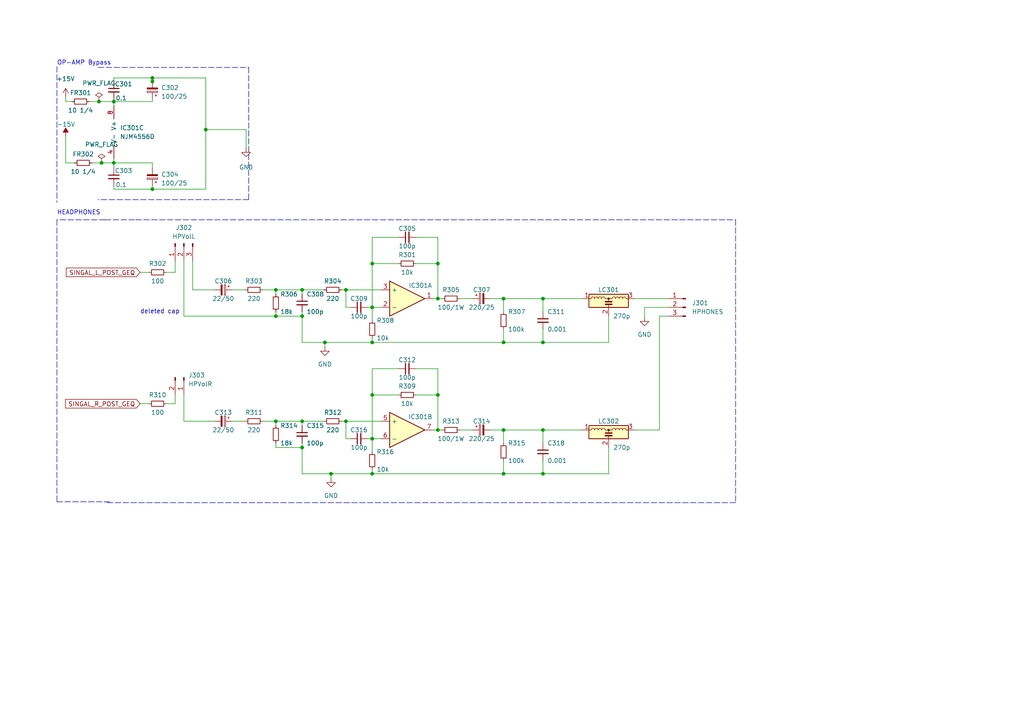
<source format=kicad_sch>
(kicad_sch (version 20211123) (generator eeschema)
  (paper "A4")
  (lib_symbols
    (symbol "Connector:Conn_01x02_Male" (pin_names (offset 1.016) hide)
      (property "Reference" "J" (at 0 2.54 0))
      (property "Value" "Conn_01x02_Male" (at 0 -5.08 0))
      (symbol "Conn_01x02_Male_1_1"
        (polyline (pts (xy 1.27 -2.54) (xy 0.8636 -2.54)) (stroke (width 0.1524)))
        (polyline (pts (xy 1.27 0) (xy 0.8636 0)) (stroke (width 0.1524)))
        (rectangle (start 0.8636 -2.413) (end 0 -2.667) (stroke (width 0.1524)) (fill (type outline)))
        (rectangle (start 0.8636 0.127) (end 0 -0.127) (stroke (width 0.1524)) (fill (type outline)))
        (pin passive line (at 5.08 0 180) (length 3.81) (name "Pin_1") (number "1"))
        (pin passive line (at 5.08 -2.54 180) (length 3.81) (name "Pin_2") (number "2"))
      )
    )
    (symbol "Connector:Conn_01x03_Male" (pin_names (offset 1.016) hide)
      (property "Reference" "J" (at 0 5.08 0))
      (property "Value" "Conn_01x03_Male" (at 0 -5.08 0))
      (symbol "Conn_01x03_Male_1_1"
        (polyline (pts (xy 1.27 -2.54) (xy 0.8636 -2.54)) (stroke (width 0.1524)))
        (polyline (pts (xy 1.27 0) (xy 0.8636 0)) (stroke (width 0.1524)))
        (polyline (pts (xy 1.27 2.54) (xy 0.8636 2.54)) (stroke (width 0.1524)))
        (rectangle (start 0.8636 -2.413) (end 0 -2.667) (stroke (width 0.1524)) (fill (type outline)))
        (rectangle (start 0.8636 0.127) (end 0 -0.127) (stroke (width 0.1524)) (fill (type outline)))
        (rectangle (start 0.8636 2.667) (end 0 2.413) (stroke (width 0.1524)) (fill (type outline)))
        (pin passive line (at 5.08 2.54 180) (length 3.81) (name "Pin_1") (number "1"))
        (pin passive line (at 5.08 0 180) (length 3.81) (name "Pin_2") (number "2"))
        (pin passive line (at 5.08 -2.54 180) (length 3.81) (name "Pin_3") (number "3"))
      )
    )
    (symbol "Device:C_Polarized_Small" (pin_numbers hide) (pin_names (offset 0.254) hide)
      (property "Reference" "C" (at 0.254 1.778 0))
      (property "Value" "C_Polarized_Small" (at 0.254 -2.032 0))
      (symbol "C_Polarized_Small_0_1"
        (rectangle (start -1.524 -0.3048) (end 1.524 -0.6858) (fill (type outline)))
        (rectangle (start -1.524 0.6858) (end 1.524 0.3048))
        (polyline (pts (xy -1.27 1.524) (xy -0.762 1.524)))
        (polyline (pts (xy -1.016 1.27) (xy -1.016 1.778)))
      )
      (symbol "C_Polarized_Small_1_1"
        (pin passive line (at 0 2.54 270) (length 1.8542) (name "~") (number "1"))
        (pin passive line (at 0 -2.54 90) (length 1.8542) (name "~") (number "2"))
      )
    )
    (symbol "Device:C_Small" (pin_numbers hide) (pin_names (offset 0.254) hide)
      (property "Reference" "C" (at 0.254 1.778 0))
      (property "Value" "C_Small" (at 0.254 -2.032 0))
      (symbol "C_Small_0_1"
        (polyline (pts (xy -1.524 -0.508) (xy 1.524 -0.508)) (stroke (width 0.3302)))
        (polyline (pts (xy -1.524 0.508) (xy 1.524 0.508)) (stroke (width 0.3048)))
      )
      (symbol "C_Small_1_1"
        (pin passive line (at 0 2.54 270) (length 2.032) (name "~") (number "1"))
        (pin passive line (at 0 -2.54 90) (length 2.032) (name "~") (number "2"))
      )
    )
    (symbol "Device:Filter_EMI_LCL" (pin_names (offset 0.254) hide)
      (property "Reference" "FL" (at 0 6.985 0))
      (property "Value" "Filter_EMI_LCL" (at 0 5.08 0))
      (symbol "Filter_EMI_LCL_0_1"
        (rectangle (start -5.715 3.81) (end 5.715 0) (stroke (width 0.254)) (fill (type background)))
        (arc (start -4.064 2.54) (mid -4.572 3.048) (end -5.08 2.54))
        (arc (start -3.048 2.54) (mid -3.556 3.048) (end -4.064 2.54))
        (arc (start -2.032 2.54) (mid -2.54 3.048) (end -3.048 2.54))
        (rectangle (start -1.016 0.762) (end 1.016 1.016) (fill (type outline)))
        (arc (start -1.016 2.54) (mid -1.524 3.048) (end -2.032 2.54))
        (polyline (pts (xy -1.016 2.54) (xy 1.016 2.54)))
        (polyline (pts (xy 0 0.762) (xy 0 0)))
        (polyline (pts (xy 0 2.54) (xy 0 1.778)))
        (circle (center 0 2.54) (radius 0.254) (fill (type outline)))
        (rectangle (start 1.016 1.524) (end -1.016 1.778) (fill (type outline)))
        (arc (start 2.032 2.54) (mid 1.524 3.048) (end 1.016 2.54))
        (arc (start 3.048 2.54) (mid 2.54 3.048) (end 2.032 2.54))
        (arc (start 4.064 2.54) (mid 3.556 3.048) (end 3.048 2.54))
        (arc (start 5.08 2.54) (mid 4.572 3.048) (end 4.064 2.54))
      )
      (symbol "Filter_EMI_LCL_1_1"
        (pin passive line (at -7.62 2.54 0) (length 2.54) (name "1") (number "1"))
        (pin passive line (at 0 -2.54 90) (length 2.54) (name "2") (number "2"))
        (pin passive line (at 7.62 2.54 180) (length 2.54) (name "3") (number "3"))
      )
    )
    (symbol "Device:Opamp_Dual"
      (property "Reference" "U" (at 0 5.08 0))
      (property "Value" "Opamp_Dual" (at 0 -5.08 0))
      (symbol "Opamp_Dual_1_1"
        (polyline (pts (xy -5.08 5.08) (xy 5.08 0) (xy -5.08 -5.08) (xy -5.08 5.08)) (stroke (width 0.254)) (fill (type background)))
        (pin output line (at 7.62 0 180) (length 2.54) (name "~") (number "1"))
        (pin input line (at -7.62 -2.54 0) (length 2.54) (name "-") (number "2"))
        (pin input line (at -7.62 2.54 0) (length 2.54) (name "+") (number "3"))
      )
      (symbol "Opamp_Dual_2_1"
        (polyline (pts (xy -5.08 5.08) (xy 5.08 0) (xy -5.08 -5.08) (xy -5.08 5.08)) (stroke (width 0.254)) (fill (type background)))
        (pin input line (at -7.62 2.54 0) (length 2.54) (name "+") (number "5"))
        (pin input line (at -7.62 -2.54 0) (length 2.54) (name "-") (number "6"))
        (pin output line (at 7.62 0 180) (length 2.54) (name "~") (number "7"))
      )
      (symbol "Opamp_Dual_3_1"
        (pin power_in line (at -2.54 -7.62 90) (length 3.81) (name "V-") (number "4"))
        (pin power_in line (at -2.54 7.62 270) (length 3.81) (name "V+") (number "8"))
      )
    )
    (symbol "Device:R_Small" (pin_numbers hide) (pin_names (offset 0.254) hide)
      (property "Reference" "R" (at 0.762 0.508 0))
      (property "Value" "R_Small" (at 0.762 -1.016 0))
      (symbol "R_Small_0_1"
        (rectangle (start -0.762 1.778) (end 0.762 -1.778) (stroke (width 0.2032)))
      )
      (symbol "R_Small_1_1"
        (pin passive line (at 0 2.54 270) (length 0.762) (name "~") (number "1"))
        (pin passive line (at 0 -2.54 90) (length 0.762) (name "~") (number "2"))
      )
    )
    (symbol "power:+15V" (power) (pin_names (offset 0))
      (property "Value" "+15V" (at 0 3.556 0))
      (symbol "+15V_0_1"
        (polyline (pts (xy -0.762 1.27) (xy 0 2.54)))
        (polyline (pts (xy 0 0) (xy 0 2.54)))
        (polyline (pts (xy 0 2.54) (xy 0.762 1.27)))
      )
      (symbol "+15V_1_1"
        (pin power_in line (at 0 0 90) (length 0) hide (name "+15V") (number "1"))
      )
    )
    (symbol "power:-15V" (power) (pin_names (offset 0))
      (property "Value" "-15V" (at 0 3.81 0))
      (symbol "-15V_0_0"
        (pin power_in line (at 0 0 90) (length 0) hide (name "-15V") (number "1"))
      )
      (symbol "-15V_0_1"
        (polyline (pts (xy 0 0) (xy 0 1.27) (xy 0.762 1.27) (xy 0 2.54) (xy -0.762 1.27) (xy 0 1.27)) (fill (type outline)))
      )
    )
    (symbol "power:GND" (power) (pin_names (offset 0))
      (property "Value" "GND" (at 0 -3.81 0))
      (symbol "GND_0_1"
        (polyline (pts (xy 0 0) (xy 0 -1.27) (xy 1.27 -1.27) (xy 0 -2.54) (xy -1.27 -1.27) (xy 0 -1.27)))
      )
      (symbol "GND_1_1"
        (pin power_in line (at 0 0 270) (length 0) hide (name "GND") (number "1"))
      )
    )
    (symbol "power:PWR_FLAG" (power) (pin_numbers hide) (pin_names (offset 0) hide)
      (property "Value" "PWR_FLAG" (at 0 3.81 0))
      (symbol "PWR_FLAG_0_0"
        (pin power_out line (at 0 0 90) (length 0) (name "pwr") (number "1"))
      )
      (symbol "PWR_FLAG_0_1"
        (polyline (pts (xy 0 0) (xy 0 1.27) (xy -1.016 1.905) (xy 0 2.54) (xy 1.016 1.905) (xy 0 1.27)))
      )
    )
  )
  (junction (at 107.95 76.454))
  (junction (at 87.63 84.074))
  (junction (at 100.33 84.074))
  (junction (at 107.95 114.554))
  (junction (at 59.69 37.592))
  (junction (at 146.05 99.314))
  (junction (at 107.95 137.414))
  (junction (at 107.95 127.254))
  (junction (at 146.05 86.614))
  (junction (at 33.02 29.464))
  (junction (at 157.48 124.714))
  (junction (at 107.95 89.154))
  (junction (at 146.05 137.414))
  (junction (at 146.05 124.714))
  (junction (at 80.01 91.694))
  (junction (at 107.95 99.314))
  (junction (at 28.702 29.464))
  (junction (at 157.48 86.614))
  (junction (at 80.01 122.174))
  (junction (at 100.33 122.174))
  (junction (at 127 114.554))
  (junction (at 44.196 22.606))
  (junction (at 44.196 23.622))
  (junction (at 94.234 99.314))
  (junction (at 44.196 54.864))
  (junction (at 127 76.454))
  (junction (at 127 86.614))
  (junction (at 157.48 137.414))
  (junction (at 29.464 47.244))
  (junction (at 127 124.714))
  (junction (at 80.01 84.074))
  (junction (at 157.48 99.314))
  (junction (at 87.63 122.174))
  (junction (at 87.63 91.694))
  (junction (at 33.02 47.244))
  (junction (at 87.63 129.794))
  (junction (at 96.012 137.414))
  (wire (pts (xy 146.05 99.314) (xy 146.05 95.504)))
  (wire (pts (xy 100.33 127.254) (xy 101.6 127.254)))
  (wire (pts (xy 40.64 117.094) (xy 43.18 117.094)))
  (wire (pts (xy 146.05 137.414) (xy 146.05 133.604)))
  (wire (pts (xy 96.012 137.414) (xy 107.95 137.414)))
  (wire (pts (xy 191.262 91.694) (xy 191.262 124.714)))
  (wire (pts (xy 80.01 84.074) (xy 80.01 85.344)))
  (wire (pts (xy 25.908 29.464) (xy 28.702 29.464)))
  (wire (pts (xy 176.53 99.314) (xy 176.53 91.694)))
  (polyline (pts (xy 30.48 63.754) (xy 16.51 63.754)))
  (wire (pts (xy 67.31 84.074) (xy 71.12 84.074)))
  (wire (pts (xy 191.262 91.694) (xy 193.802 91.694)))
  (wire (pts (xy 186.944 89.154) (xy 186.944 91.948)))
  (wire (pts (xy 80.01 128.524) (xy 80.01 129.794)))
  (wire (pts (xy 115.57 106.934) (xy 107.95 106.934)))
  (wire (pts (xy 157.48 137.414) (xy 176.53 137.414)))
  (wire (pts (xy 157.48 137.414) (xy 157.48 133.604)))
  (polyline (pts (xy 16.51 19.304) (xy 16.51 58.674)))
  (wire (pts (xy 127 86.614) (xy 128.27 86.614)))
  (wire (pts (xy 33.02 23.622) (xy 33.02 22.606)))
  (wire (pts (xy 94.234 100.584) (xy 94.234 99.314)))
  (wire (pts (xy 33.02 47.244) (xy 44.196 47.244)))
  (wire (pts (xy 59.69 37.592) (xy 71.374 37.592)))
  (wire (pts (xy 59.69 22.606) (xy 59.69 37.592)))
  (polyline (pts (xy 213.36 63.754) (xy 213.36 145.796)))
  (wire (pts (xy 107.95 99.314) (xy 107.95 98.044)))
  (wire (pts (xy 127 124.714) (xy 128.27 124.714)))
  (wire (pts (xy 87.63 129.794) (xy 87.63 128.524)))
  (wire (pts (xy 107.95 127.254) (xy 107.95 131.064)))
  (wire (pts (xy 107.95 76.454) (xy 107.95 89.154)))
  (wire (pts (xy 87.63 122.174) (xy 93.98 122.174)))
  (wire (pts (xy 106.68 89.154) (xy 107.95 89.154)))
  (wire (pts (xy 146.05 86.614) (xy 146.05 90.424)))
  (wire (pts (xy 157.48 86.614) (xy 168.91 86.614)))
  (wire (pts (xy 106.68 127.254) (xy 107.95 127.254)))
  (wire (pts (xy 100.33 122.174) (xy 100.33 127.254)))
  (wire (pts (xy 191.262 124.714) (xy 184.15 124.714)))
  (wire (pts (xy 107.95 114.554) (xy 107.95 127.254)))
  (wire (pts (xy 67.31 122.174) (xy 71.12 122.174)))
  (wire (pts (xy 184.15 86.614) (xy 193.802 86.614)))
  (wire (pts (xy 87.63 137.414) (xy 96.012 137.414)))
  (wire (pts (xy 76.2 122.174) (xy 80.01 122.174)))
  (wire (pts (xy 71.374 37.592) (xy 71.374 42.926)))
  (wire (pts (xy 146.05 124.714) (xy 157.48 124.714)))
  (wire (pts (xy 26.67 47.244) (xy 29.464 47.244)))
  (wire (pts (xy 107.95 89.154) (xy 107.95 92.964)))
  (wire (pts (xy 157.48 86.614) (xy 157.48 90.424)))
  (wire (pts (xy 87.63 91.694) (xy 87.63 90.424)))
  (wire (pts (xy 94.234 99.314) (xy 107.95 99.314)))
  (wire (pts (xy 87.63 84.074) (xy 93.98 84.074)))
  (wire (pts (xy 107.95 89.154) (xy 110.49 89.154)))
  (wire (pts (xy 127 106.934) (xy 127 114.554)))
  (wire (pts (xy 44.196 47.244) (xy 44.196 48.768)))
  (wire (pts (xy 127 124.714) (xy 125.73 124.714)))
  (wire (pts (xy 142.24 86.614) (xy 146.05 86.614)))
  (wire (pts (xy 44.196 54.864) (xy 59.69 54.864)))
  (wire (pts (xy 33.02 54.864) (xy 44.196 54.864)))
  (wire (pts (xy 48.26 117.094) (xy 50.8 117.094)))
  (wire (pts (xy 33.02 47.244) (xy 33.02 48.768)))
  (wire (pts (xy 19.05 47.244) (xy 21.59 47.244)))
  (wire (pts (xy 146.05 124.714) (xy 146.05 128.524)))
  (wire (pts (xy 107.95 127.254) (xy 110.49 127.254)))
  (wire (pts (xy 133.35 124.714) (xy 137.16 124.714)))
  (wire (pts (xy 80.01 129.794) (xy 87.63 129.794)))
  (wire (pts (xy 157.48 99.314) (xy 176.53 99.314)))
  (wire (pts (xy 96.012 138.684) (xy 96.012 137.414)))
  (wire (pts (xy 40.64 78.994) (xy 43.18 78.994)))
  (wire (pts (xy 127 114.554) (xy 127 124.714)))
  (wire (pts (xy 127 86.614) (xy 125.73 86.614)))
  (polyline (pts (xy 16.51 63.754) (xy 16.51 145.542)))
  (wire (pts (xy 80.01 91.694) (xy 87.63 91.694)))
  (wire (pts (xy 99.06 122.174) (xy 100.33 122.174)))
  (wire (pts (xy 53.34 91.694) (xy 80.01 91.694)))
  (wire (pts (xy 44.196 28.702) (xy 44.196 29.464)))
  (wire (pts (xy 50.8 114.554) (xy 50.8 117.094)))
  (wire (pts (xy 87.63 129.794) (xy 87.63 137.414)))
  (wire (pts (xy 55.88 75.692) (xy 55.88 84.074)))
  (wire (pts (xy 33.02 45.974) (xy 33.02 47.244)))
  (wire (pts (xy 76.2 84.074) (xy 80.01 84.074)))
  (wire (pts (xy 50.8 75.692) (xy 50.8 78.994)))
  (wire (pts (xy 19.05 29.464) (xy 20.828 29.464)))
  (wire (pts (xy 33.02 22.606) (xy 44.196 22.606)))
  (wire (pts (xy 107.95 137.414) (xy 146.05 137.414)))
  (wire (pts (xy 100.33 89.154) (xy 101.6 89.154)))
  (polyline (pts (xy 39.37 63.754) (xy 213.36 63.754)))
  (wire (pts (xy 186.944 89.154) (xy 193.802 89.154)))
  (wire (pts (xy 33.02 29.464) (xy 33.02 30.734)))
  (polyline (pts (xy 16.51 145.542) (xy 31.75 145.542)))
  (wire (pts (xy 87.63 122.174) (xy 87.63 123.444)))
  (polyline (pts (xy 213.36 145.796) (xy 30.48 145.796)))
  (wire (pts (xy 44.196 23.622) (xy 44.196 23.876)))
  (wire (pts (xy 146.05 86.614) (xy 157.48 86.614)))
  (wire (pts (xy 80.01 84.074) (xy 87.63 84.074)))
  (wire (pts (xy 157.48 124.714) (xy 168.91 124.714)))
  (wire (pts (xy 100.33 84.074) (xy 100.33 89.154)))
  (wire (pts (xy 100.33 84.074) (xy 110.49 84.074)))
  (wire (pts (xy 59.69 37.592) (xy 59.69 54.864)))
  (wire (pts (xy 142.24 124.714) (xy 146.05 124.714)))
  (wire (pts (xy 127 76.454) (xy 127 86.614)))
  (wire (pts (xy 55.88 84.074) (xy 62.23 84.074)))
  (wire (pts (xy 53.34 114.554) (xy 53.34 122.174)))
  (wire (pts (xy 44.196 53.848) (xy 44.196 54.864)))
  (wire (pts (xy 44.196 22.606) (xy 44.196 23.622)))
  (wire (pts (xy 107.95 68.834) (xy 107.95 76.454)))
  (polyline (pts (xy 28.448 19.558) (xy 72.136 19.558)))
  (wire (pts (xy 53.34 122.174) (xy 62.23 122.174)))
  (wire (pts (xy 87.63 99.314) (xy 94.234 99.314)))
  (wire (pts (xy 176.53 137.414) (xy 176.53 129.794)))
  (wire (pts (xy 107.95 137.414) (xy 107.95 136.144)))
  (wire (pts (xy 19.05 28.194) (xy 19.05 29.464)))
  (wire (pts (xy 87.63 84.074) (xy 87.63 85.344)))
  (wire (pts (xy 146.05 137.414) (xy 157.48 137.414)))
  (wire (pts (xy 80.01 122.174) (xy 80.01 123.444)))
  (wire (pts (xy 53.34 75.692) (xy 53.34 91.694)))
  (wire (pts (xy 107.95 76.454) (xy 115.57 76.454)))
  (wire (pts (xy 120.65 68.834) (xy 127 68.834)))
  (wire (pts (xy 127 68.834) (xy 127 76.454)))
  (wire (pts (xy 107.95 114.554) (xy 115.57 114.554)))
  (wire (pts (xy 80.01 90.424) (xy 80.01 91.694)))
  (wire (pts (xy 146.05 99.314) (xy 157.48 99.314)))
  (wire (pts (xy 33.02 53.848) (xy 33.02 54.864)))
  (wire (pts (xy 87.63 91.694) (xy 87.63 99.314)))
  (wire (pts (xy 99.06 84.074) (xy 100.33 84.074)))
  (polyline (pts (xy 72.136 57.912) (xy 28.448 57.912)))
  (wire (pts (xy 120.65 114.554) (xy 127 114.554)))
  (wire (pts (xy 115.57 68.834) (xy 107.95 68.834)))
  (wire (pts (xy 120.65 76.454) (xy 127 76.454)))
  (wire (pts (xy 29.464 47.244) (xy 33.02 47.244)))
  (wire (pts (xy 19.05 39.624) (xy 19.05 47.244)))
  (polyline (pts (xy 30.48 63.754) (xy 39.37 63.754)))
  (wire (pts (xy 120.65 106.934) (xy 127 106.934)))
  (polyline (pts (xy 72.136 19.558) (xy 72.136 57.912)))
  (wire (pts (xy 28.702 29.464) (xy 33.02 29.464)))
  (wire (pts (xy 44.196 22.606) (xy 59.69 22.606)))
  (wire (pts (xy 80.01 122.174) (xy 87.63 122.174)))
  (wire (pts (xy 100.33 122.174) (xy 110.49 122.174)))
  (wire (pts (xy 44.196 29.464) (xy 33.02 29.464)))
  (wire (pts (xy 48.26 78.994) (xy 50.8 78.994)))
  (wire (pts (xy 157.48 99.314) (xy 157.48 95.504)))
  (wire (pts (xy 33.02 28.702) (xy 33.02 29.464)))
  (wire (pts (xy 107.95 99.314) (xy 146.05 99.314)))
  (wire (pts (xy 157.48 124.714) (xy 157.48 128.524)))
  (wire (pts (xy 107.95 106.934) (xy 107.95 114.554)))
  (wire (pts (xy 133.35 86.614) (xy 137.16 86.614)))
  (text "OP-AMP Bypass\n" (at 16.51 19.05 0) (effects (font (size 1.27 1.27)) (justify left bottom)))
  (text "HEADPHONES\n" (at 16.51 62.484 0) (effects (font (size 1.27 1.27)) (justify left bottom)))
  (text "deleted cap" (at 40.64 91.186 0) (effects (font (size 1.27 1.27)) (justify left bottom)))
  (global_label "SINGAL_L_POST_GEQ" (shape input) (at 40.64 78.994 180) (property "Intersheet References" "${INTERSHEET_REFS}" (effects hide)))
  (global_label "SINGAL_R_POST_GEQ" (shape input) (at 40.64 117.094 180) (property "Intersheet References" "${INTERSHEET_REFS}" (effects hide)))
  (symbol (lib_id "Device:C_Polarized_Small") (at 139.7 86.614 90) (mirror x) (unit 1)
    (property "Reference" "C307" (at 139.7 84.074 90))
    (property "Value" "220/25" (at 139.7 89.154 90))
    (property "Footprint" "Capacitor_THT:CP_Radial_D10.0mm_P5.00mm" (effects hide))
  )
  (symbol (lib_id "Device:R_Small") (at 45.72 78.994 90) (unit 1)
    (property "Reference" "R302" (at 45.72 76.454 90))
    (property "Value" "100" (at 45.72 81.534 90))
    (property "Footprint" "Resistor_THT:R_Axial_DIN0207_L6.3mm_D2.5mm_P10.16mm_Horizontal" (effects hide))
  )
  (symbol (lib_id "Device:R_Small") (at 146.05 131.064 0) (unit 1)
    (property "Reference" "R315" (at 147.32 128.524 0) (effects (justify left)))
    (property "Value" "100k" (at 147.32 133.604 0) (effects (justify left)))
    (property "Footprint" "Resistor_THT:R_Axial_DIN0207_L6.3mm_D2.5mm_P10.16mm_Horizontal" (effects hide))
  )
  (symbol (lib_id "Device:R_Small") (at 96.52 122.174 90) (unit 1)
    (property "Reference" "R312" (at 96.52 119.634 90))
    (property "Value" "220" (at 96.52 124.714 90))
    (property "Footprint" "Resistor_THT:R_Axial_DIN0207_L6.3mm_D2.5mm_P10.16mm_Horizontal" (effects hide))
  )
  (symbol (lib_id "Device:R_Small") (at 45.72 117.094 90) (unit 1)
    (property "Reference" "R310" (at 45.72 114.554 90))
    (property "Value" "100" (at 45.72 119.634 90))
    (property "Footprint" "Resistor_THT:R_Axial_DIN0207_L6.3mm_D2.5mm_P10.16mm_Horizontal" (effects hide))
  )
  (symbol (lib_id "Device:Opamp_Dual") (at 118.11 124.714 0) (unit 2)
    (property "Reference" "IC301" (at 121.92 120.904 0))
    (property "Value" "NJM4556D" (effects hide))
    (property "Footprint" "Package_DIP:DIP-8_W7.62mm_Socket_LongPads" (effects hide))
  )
  (symbol (lib_id "Connector:Conn_01x03_Male") (at 198.882 89.154 0) (mirror y) (unit 1)
    (property "Reference" "J301" (at 200.66 87.8839 0) (effects (justify right)))
    (property "Value" "HPHONES" (at 200.66 90.4239 0) (effects (justify right)))
    (property "Footprint" "Connector_JST:JST_XH_B3B-XH-A_1x03_P2.50mm_Vertical" (effects hide))
  )
  (symbol (lib_id "Device:C_Small") (at 118.11 106.934 90) (unit 1)
    (property "Reference" "C312" (at 118.11 104.394 90))
    (property "Value" "100p" (at 118.11 109.474 90))
    (property "Footprint" "Capacitor_THT:C_Disc_D5.0mm_W2.5mm_P2.50mm" (effects hide))
  )
  (symbol (lib_id "Device:C_Small") (at 104.14 89.154 90) (unit 1)
    (property "Reference" "C309" (at 104.14 86.614 90))
    (property "Value" "100p" (at 104.14 91.694 90))
    (property "Footprint" "Capacitor_THT:C_Disc_D5.0mm_W2.5mm_P2.50mm" (effects hide))
  )
  (symbol (lib_id "Device:C_Polarized_Small") (at 44.196 51.308 180) (unit 1)
    (property "Reference" "C304" (at 46.736 50.584 0) (effects (justify right)))
    (property "Value" "100/25" (at 46.736 53.124 0) (effects (justify right)))
    (property "Footprint" "Capacitor_THT:CP_Radial_D8.0mm_P3.50mm" (effects hide))
  )
  (symbol (lib_id "Device:R_Small") (at 107.95 133.604 0) (unit 1)
    (property "Reference" "R316" (at 109.22 131.064 0) (effects (justify left)))
    (property "Value" "10k" (at 109.22 136.144 0) (effects (justify left)))
    (property "Footprint" "Resistor_THT:R_Axial_DIN0207_L6.3mm_D2.5mm_P10.16mm_Horizontal" (effects hide))
  )
  (symbol (lib_id "Device:R_Small") (at 146.05 92.964 0) (unit 1)
    (property "Reference" "R307" (at 147.32 90.424 0) (effects (justify left)))
    (property "Value" "100k" (at 147.32 95.504 0) (effects (justify left)))
    (property "Footprint" "Resistor_THT:R_Axial_DIN0207_L6.3mm_D2.5mm_P10.16mm_Horizontal" (effects hide))
  )
  (symbol (lib_id "Device:R_Small") (at 118.11 76.454 90) (unit 1)
    (property "Reference" "R301" (at 118.11 73.914 90))
    (property "Value" "10k" (at 118.11 78.994 90))
    (property "Footprint" "Resistor_THT:R_Axial_DIN0207_L6.3mm_D2.5mm_P10.16mm_Horizontal" (effects hide))
  )
  (symbol (lib_id "Device:C_Small") (at 87.63 87.884 0) (unit 1)
    (property "Reference" "C308" (at 88.9 85.344 0) (effects (justify left)))
    (property "Value" "100p" (at 88.9 90.424 0) (effects (justify left)))
    (property "Footprint" "Capacitor_THT:C_Disc_D5.0mm_W2.5mm_P2.50mm" (effects hide))
  )
  (symbol (lib_id "power:GND") (at 186.944 91.948 0) (unit 1)
    (property "Reference" "#PWR0304" (effects hide))
    (property "Value" "GND" (at 186.944 97.028 0))
  )
  (symbol (lib_id "Device:C_Polarized_Small") (at 64.77 84.074 270) (unit 1)
    (property "Reference" "C306" (at 64.77 81.534 90))
    (property "Value" "22/50" (at 64.77 86.614 90))
    (property "Footprint" "Capacitor_THT:CP_Radial_D5.0mm_P2.00mm" (effects hide))
  )
  (symbol (lib_id "Device:R_Small") (at 96.52 84.074 90) (unit 1)
    (property "Reference" "R304" (at 96.52 81.534 90))
    (property "Value" "220" (at 96.52 86.614 90))
    (property "Footprint" "Resistor_THT:R_Axial_DIN0207_L6.3mm_D2.5mm_P10.16mm_Horizontal" (effects hide))
  )
  (symbol (lib_id "Device:R_Small") (at 73.66 122.174 90) (unit 1)
    (property "Reference" "R311" (at 73.66 119.634 90))
    (property "Value" "220" (at 73.66 124.714 90))
    (property "Footprint" "Resistor_THT:R_Axial_DIN0207_L6.3mm_D2.5mm_P10.16mm_Horizontal" (effects hide))
  )
  (symbol (lib_id "Device:C_Small") (at 104.14 127.254 90) (unit 1)
    (property "Reference" "C316" (at 104.14 124.714 90))
    (property "Value" "100p" (at 104.14 129.794 90))
    (property "Footprint" "Capacitor_THT:C_Disc_D5.0mm_W2.5mm_P2.50mm" (effects hide))
  )
  (symbol (lib_id "Device:R_Small") (at 24.13 47.244 90) (unit 1)
    (property "Reference" "FR302" (at 24.13 44.704 90))
    (property "Value" "10 1/4" (at 24.13 49.784 90))
    (property "Footprint" "Resistor_THT:R_Axial_DIN0207_L6.3mm_D2.5mm_P5.08mm_Vertical" (effects hide))
  )
  (symbol (lib_id "Device:C_Small") (at 33.02 51.308 0) (unit 1)
    (property "Reference" "C303" (at 33.274 49.53 0) (effects (justify left)))
    (property "Value" "0.1" (at 33.528 53.594 0) (effects (justify left)))
    (property "Footprint" "Capacitor_THT:C_Disc_D3.8mm_W2.6mm_P2.50mm" (effects hide))
  )
  (symbol (lib_id "power:GND") (at 96.012 138.684 0) (unit 1)
    (property "Reference" "#PWR0308" (effects hide))
    (property "Value" "GND" (at 96.012 143.764 0))
  )
  (symbol (lib_id "Device:C_Small") (at 157.48 131.064 0) (unit 1)
    (property "Reference" "C318" (at 158.75 128.524 0) (effects (justify left)))
    (property "Value" "0.001" (at 158.75 133.604 0) (effects (justify left)))
    (property "Footprint" "Capacitor_THT:C_Disc_D3.8mm_W2.6mm_P2.50mm" (effects hide))
  )
  (symbol (lib_id "Device:C_Polarized_Small") (at 139.7 124.714 90) (mirror x) (unit 1)
    (property "Reference" "C314" (at 139.7 122.174 90))
    (property "Value" "220/25" (at 139.7 127.254 90))
    (property "Footprint" "Capacitor_THT:CP_Radial_D10.0mm_P5.00mm" (effects hide))
  )
  (symbol (lib_id "power:PWR_FLAG") (at 28.702 29.464 0) (unit 1)
    (property "Reference" "#FLG0301" (effects hide))
    (property "Value" "PWR_FLAG" (at 28.702 24.13 0))
  )
  (symbol (lib_id "Device:C_Small") (at 157.48 92.964 0) (unit 1)
    (property "Reference" "C311" (at 158.75 90.424 0) (effects (justify left)))
    (property "Value" "0.001" (at 158.75 95.504 0) (effects (justify left)))
    (property "Footprint" "Capacitor_THT:C_Disc_D3.8mm_W2.6mm_P2.50mm" (effects hide))
  )
  (symbol (lib_id "Device:C_Polarized_Small") (at 44.196 26.162 180) (unit 1)
    (property "Reference" "C302" (at 46.736 25.438 0) (effects (justify right)))
    (property "Value" "100/25" (at 46.736 27.978 0) (effects (justify right)))
    (property "Footprint" "Capacitor_THT:CP_Radial_D8.0mm_P3.50mm" (effects hide))
  )
  (symbol (lib_id "Device:C_Small") (at 118.11 68.834 90) (unit 1)
    (property "Reference" "C305" (at 118.11 66.294 90))
    (property "Value" "100p" (at 118.11 71.374 90))
    (property "Footprint" "Capacitor_THT:C_Disc_D5.0mm_W2.5mm_P2.50mm" (effects hide))
  )
  (symbol (lib_id "Device:Opamp_Dual") (at 35.56 38.354 0) (unit 3)
    (property "Reference" "IC301" (at 34.798 37.0839 0) (effects (justify left)))
    (property "Value" "NJM4556D" (at 34.798 39.6239 0) (effects (justify left)))
    (property "Footprint" "Package_DIP:DIP-8_W7.62mm_Socket_LongPads" (effects hide))
  )
  (symbol (lib_id "Device:R_Small") (at 107.95 95.504 0) (unit 1)
    (property "Reference" "R308" (at 109.22 92.964 0) (effects (justify left)))
    (property "Value" "10k" (at 109.22 98.044 0) (effects (justify left)))
    (property "Footprint" "Resistor_THT:R_Axial_DIN0207_L6.3mm_D2.5mm_P10.16mm_Horizontal" (effects hide))
  )
  (symbol (lib_id "power:GND") (at 94.234 100.584 0) (unit 1)
    (property "Reference" "#PWR0306" (effects hide))
    (property "Value" "GND" (at 94.234 105.664 0))
  )
  (symbol (lib_id "power:+15V") (at 19.05 28.194 0) (unit 1)
    (property "Reference" "#PWR0301" (effects hide))
    (property "Value" "+15V" (at 19.05 22.86 0))
  )
  (symbol (lib_id "Device:Filter_EMI_LCL") (at 176.53 89.154 0) (unit 1)
    (property "Reference" "LC301" (at 176.53 84.074 0))
    (property "Value" "270p" (at 180.34 91.694 0))
    (property "Footprint" "dba_footprint:LCL_EMX" (effects hide))
    (property "Datasheet" "http://www.murata.com/~/media/webrenewal/support/library/catalog/products/emc/emifil/c31e.ashx?la=en-gb" (effects hide))
  )
  (symbol (lib_id "power:GND") (at 71.374 42.926 0) (unit 1)
    (property "Reference" "#PWR0303" (effects hide))
    (property "Value" "GND" (at 71.374 48.514 0))
  )
  (symbol (lib_id "Connector:Conn_01x02_Male") (at 53.34 109.474 270) (unit 1)
    (property "Reference" "J303" (at 54.61 108.8389 90) (effects (justify left)))
    (property "Value" "HPVolR" (at 54.61 111.3789 90) (effects (justify left)))
    (property "Footprint" "Connector_JST:JST_XH_B2B-XH-A_1x02_P2.50mm_Vertical" (effects hide))
  )
  (symbol (lib_id "power:-15V") (at 19.05 39.624 0) (unit 1)
    (property "Reference" "#PWR0302" (effects hide))
    (property "Value" "-15V" (at 16.51 36.068 0) (effects (justify left)))
  )
  (symbol (lib_id "Device:C_Polarized_Small") (at 64.77 122.174 270) (unit 1)
    (property "Reference" "C313" (at 64.77 119.634 90))
    (property "Value" "22/50" (at 64.77 124.714 90))
    (property "Footprint" "Capacitor_THT:CP_Radial_D5.0mm_P2.00mm" (effects hide))
  )
  (symbol (lib_id "Device:R_Small") (at 80.01 125.984 0) (unit 1)
    (property "Reference" "R314" (at 81.28 123.444 0) (effects (justify left)))
    (property "Value" "18k" (at 81.28 128.524 0) (effects (justify left)))
    (property "Footprint" "Resistor_THT:R_Axial_DIN0207_L6.3mm_D2.5mm_P10.16mm_Horizontal" (effects hide))
  )
  (symbol (lib_id "Device:R_Small") (at 73.66 84.074 90) (unit 1)
    (property "Reference" "R303" (at 73.66 81.534 90))
    (property "Value" "220" (at 73.66 86.614 90))
    (property "Footprint" "Resistor_THT:R_Axial_DIN0207_L6.3mm_D2.5mm_P10.16mm_Horizontal" (effects hide))
  )
  (symbol (lib_id "Device:R_Small") (at 80.01 87.884 0) (unit 1)
    (property "Reference" "R306" (at 81.28 85.344 0) (effects (justify left)))
    (property "Value" "18k" (at 81.28 90.424 0) (effects (justify left)))
    (property "Footprint" "Resistor_THT:R_Axial_DIN0207_L6.3mm_D2.5mm_P10.16mm_Horizontal" (effects hide))
  )
  (symbol (lib_id "Connector:Conn_01x03_Male") (at 53.34 70.612 90) (mirror x) (unit 1)
    (property "Reference" "J302" (at 53.34 66.04 90))
    (property "Value" "HPVolL" (at 53.34 68.58 90))
    (property "Footprint" "Connector_JST:JST_XH_B3B-XH-A_1x03_P2.50mm_Vertical" (effects hide))
  )
  (symbol (lib_id "Device:R_Small") (at 130.81 86.614 90) (unit 1)
    (property "Reference" "R305" (at 130.81 84.074 90))
    (property "Value" "100/1W" (at 130.81 89.154 90))
    (property "Footprint" "Resistor_THT:R_Axial_DIN0207_L6.3mm_D2.5mm_P15.24mm_Horizontal" (effects hide))
  )
  (symbol (lib_id "Device:C_Small") (at 87.63 125.984 0) (unit 1)
    (property "Reference" "C315" (at 88.9 123.444 0) (effects (justify left)))
    (property "Value" "100p" (at 88.9 128.524 0) (effects (justify left)))
    (property "Footprint" "Capacitor_THT:C_Disc_D5.0mm_W2.5mm_P2.50mm" (effects hide))
  )
  (symbol (lib_id "power:PWR_FLAG") (at 29.464 47.244 0) (unit 1)
    (property "Reference" "#FLG0302" (effects hide))
    (property "Value" "PWR_FLAG" (at 29.464 41.91 0))
  )
  (symbol (lib_id "Device:R_Small") (at 23.368 29.464 90) (unit 1)
    (property "Reference" "FR301" (at 23.368 26.924 90))
    (property "Value" "10 1/4" (at 23.368 32.004 90))
    (property "Footprint" "Resistor_THT:R_Axial_DIN0207_L6.3mm_D2.5mm_P5.08mm_Vertical" (effects hide))
  )
  (symbol (lib_id "Device:R_Small") (at 118.11 114.554 90) (unit 1)
    (property "Reference" "R309" (at 118.11 112.014 90))
    (property "Value" "10k" (at 118.11 117.094 90))
    (property "Footprint" "Resistor_THT:R_Axial_DIN0207_L6.3mm_D2.5mm_P10.16mm_Horizontal" (effects hide))
  )
  (symbol (lib_id "Device:R_Small") (at 130.81 124.714 90) (unit 1)
    (property "Reference" "R313" (at 130.81 122.174 90))
    (property "Value" "100/1W" (at 130.81 127.254 90))
    (property "Footprint" "Resistor_THT:R_Axial_DIN0207_L6.3mm_D2.5mm_P15.24mm_Horizontal" (effects hide))
  )
  (symbol (lib_id "Device:Opamp_Dual") (at 118.11 86.614 0) (unit 1)
    (property "Reference" "IC301" (at 121.92 82.804 0))
    (property "Value" "NJM4556D" (effects hide))
    (property "Footprint" "Package_DIP:DIP-8_W7.62mm_Socket_LongPads" (effects hide))
  )
  (symbol (lib_id "Device:Filter_EMI_LCL") (at 176.53 127.254 0) (unit 1)
    (property "Reference" "LC302" (at 176.53 122.174 0))
    (property "Value" "270p" (at 180.34 129.794 0))
    (property "Footprint" "dba_footprint:LCL_EMX" (effects hide))
    (property "Datasheet" "http://www.murata.com/~/media/webrenewal/support/library/catalog/products/emc/emifil/c31e.ashx?la=en-gb" (effects hide))
  )
  (symbol (lib_id "Device:C_Small") (at 33.02 26.162 0) (unit 1)
    (property "Reference" "C301" (at 33.274 24.384 0) (effects (justify left)))
    (property "Value" "0.1" (at 33.528 28.448 0) (effects (justify left)))
    (property "Footprint" "Capacitor_THT:C_Disc_D3.8mm_W2.6mm_P2.50mm" (effects hide))
  )
)
</source>
